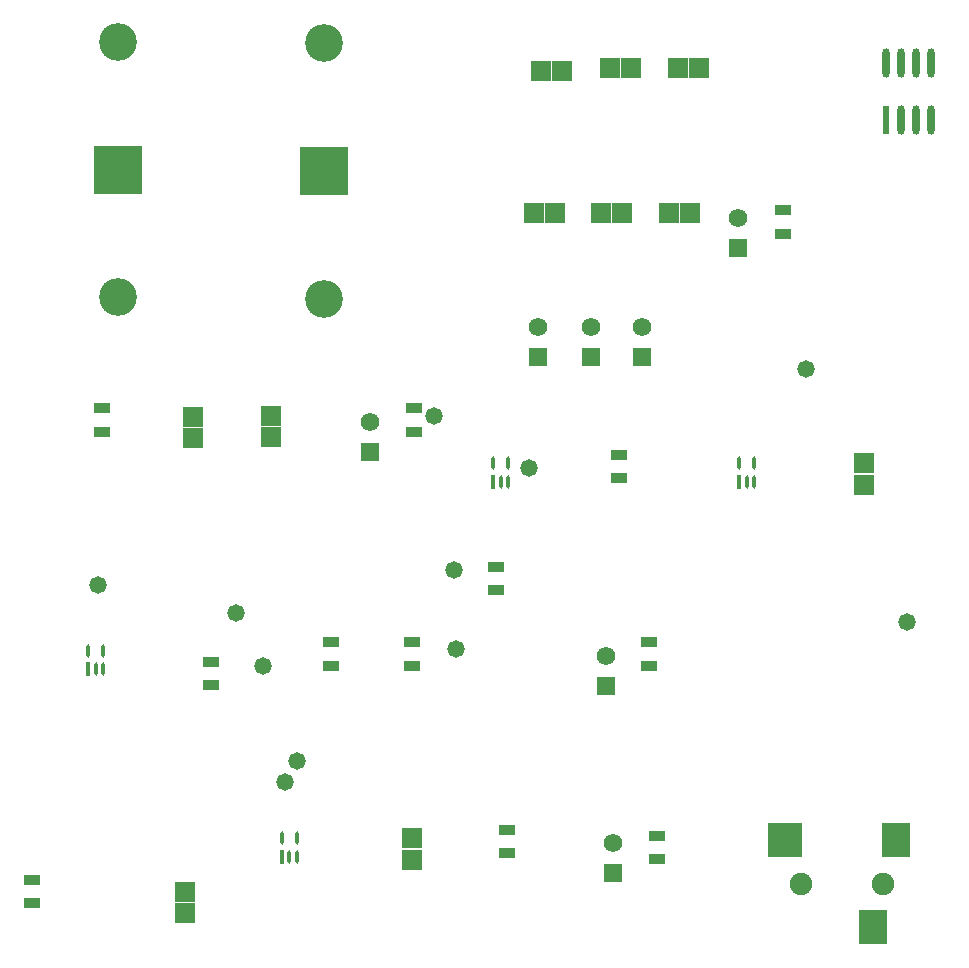
<source format=gts>
G04*
G04 #@! TF.GenerationSoftware,Altium Limited,Altium Designer,21.5.1 (32)*
G04*
G04 Layer_Color=8388736*
%FSLAX25Y25*%
%MOIN*%
G70*
G04*
G04 #@! TF.SameCoordinates,DAD435CF-6C14-4571-BFE5-B678BFDF4ED4*
G04*
G04*
G04 #@! TF.FilePolarity,Negative*
G04*
G01*
G75*
%ADD18R,0.05709X0.03740*%
%ADD19R,0.01322X0.04583*%
G04:AMPARAMS|DCode=20|XSize=45.83mil|YSize=13.22mil|CornerRadius=6.61mil|HoleSize=0mil|Usage=FLASHONLY|Rotation=90.000|XOffset=0mil|YOffset=0mil|HoleType=Round|Shape=RoundedRectangle|*
%AMROUNDEDRECTD20*
21,1,0.04583,0.00000,0,0,90.0*
21,1,0.03260,0.01322,0,0,90.0*
1,1,0.01322,0.00000,0.01630*
1,1,0.01322,0.00000,-0.01630*
1,1,0.01322,0.00000,-0.01630*
1,1,0.01322,0.00000,0.01630*
%
%ADD20ROUNDEDRECTD20*%
G04:AMPARAMS|DCode=21|XSize=97.4mil|YSize=24.49mil|CornerRadius=12.25mil|HoleSize=0mil|Usage=FLASHONLY|Rotation=90.000|XOffset=0mil|YOffset=0mil|HoleType=Round|Shape=RoundedRectangle|*
%AMROUNDEDRECTD21*
21,1,0.09740,0.00000,0,0,90.0*
21,1,0.07291,0.02449,0,0,90.0*
1,1,0.02449,0.00000,0.03646*
1,1,0.02449,0.00000,-0.03646*
1,1,0.02449,0.00000,-0.03646*
1,1,0.02449,0.00000,0.03646*
%
%ADD21ROUNDEDRECTD21*%
%ADD22R,0.02449X0.09740*%
%ADD24R,0.16391X0.16391*%
%ADD25R,0.06902X0.06902*%
%ADD26R,0.09461X0.11824*%
%ADD27R,0.11824X0.11824*%
%ADD28R,0.06902X0.06902*%
%ADD29C,0.12611*%
%ADD30C,0.07493*%
%ADD31C,0.06181*%
%ADD32R,0.06181X0.06181*%
%ADD33C,0.05800*%
D18*
X229500Y34161D02*
D03*
Y41839D02*
D03*
X217000Y161161D02*
D03*
Y168839D02*
D03*
X44500Y176661D02*
D03*
Y184339D02*
D03*
X121000Y98661D02*
D03*
Y106339D02*
D03*
X81000Y100000D02*
D03*
Y92323D02*
D03*
X271500Y242661D02*
D03*
Y250339D02*
D03*
X179500Y36161D02*
D03*
Y43839D02*
D03*
X21149Y19630D02*
D03*
Y27307D02*
D03*
X227000Y98661D02*
D03*
Y106339D02*
D03*
X176000Y123823D02*
D03*
Y131500D02*
D03*
X148000Y98661D02*
D03*
Y106339D02*
D03*
X148500Y176661D02*
D03*
Y184339D02*
D03*
D19*
X39941Y97468D02*
D03*
X104441Y34968D02*
D03*
X256941Y159968D02*
D03*
X174941D02*
D03*
D20*
X42500Y97468D02*
D03*
X45059D02*
D03*
Y103532D02*
D03*
X39941D02*
D03*
X107000Y34968D02*
D03*
X109559D02*
D03*
Y41032D02*
D03*
X104441D02*
D03*
X259500Y159968D02*
D03*
X262059D02*
D03*
Y166032D02*
D03*
X256941D02*
D03*
X177500Y159968D02*
D03*
X180059D02*
D03*
Y166032D02*
D03*
X174941D02*
D03*
D21*
X306000Y299512D02*
D03*
X311000D02*
D03*
X316000D02*
D03*
X321000D02*
D03*
Y280488D02*
D03*
X316000D02*
D03*
X311000D02*
D03*
D22*
X306000D02*
D03*
D24*
X118500Y263500D02*
D03*
X50000Y264000D02*
D03*
D25*
X101000Y182000D02*
D03*
Y174913D02*
D03*
X298500Y166043D02*
D03*
Y158957D02*
D03*
X148000Y33957D02*
D03*
Y41043D02*
D03*
X72207Y16052D02*
D03*
Y23138D02*
D03*
X75000Y174457D02*
D03*
Y181543D02*
D03*
D26*
X301457Y11433D02*
D03*
X309331Y40567D02*
D03*
D27*
X272323D02*
D03*
D28*
X236457Y298000D02*
D03*
X243543D02*
D03*
X213957D02*
D03*
X221043D02*
D03*
X190913Y297000D02*
D03*
X198000D02*
D03*
X233457Y249500D02*
D03*
X240543D02*
D03*
X210957D02*
D03*
X218043D02*
D03*
X188457D02*
D03*
X195543D02*
D03*
D29*
X118500Y306020D02*
D03*
Y220980D02*
D03*
X50000Y306520D02*
D03*
Y221480D02*
D03*
D30*
X305000Y26000D02*
D03*
X277441D02*
D03*
D31*
X224500Y211500D02*
D03*
X207500D02*
D03*
X190000D02*
D03*
X256500Y248000D02*
D03*
X215000Y39500D02*
D03*
X212500Y102000D02*
D03*
X134000Y180000D02*
D03*
D32*
X224500Y201500D02*
D03*
X207500D02*
D03*
X190000D02*
D03*
X256500Y238000D02*
D03*
X215000Y29500D02*
D03*
X212500Y92000D02*
D03*
X134000Y170000D02*
D03*
D33*
X89400Y116300D02*
D03*
X279200Y197400D02*
D03*
X155300Y181900D02*
D03*
X98300Y98661D02*
D03*
X161800Y130400D02*
D03*
X105500Y59800D02*
D03*
X312800Y113200D02*
D03*
X43300Y125400D02*
D03*
X187000Y164500D02*
D03*
X109559Y66718D02*
D03*
X162500Y104100D02*
D03*
M02*

</source>
